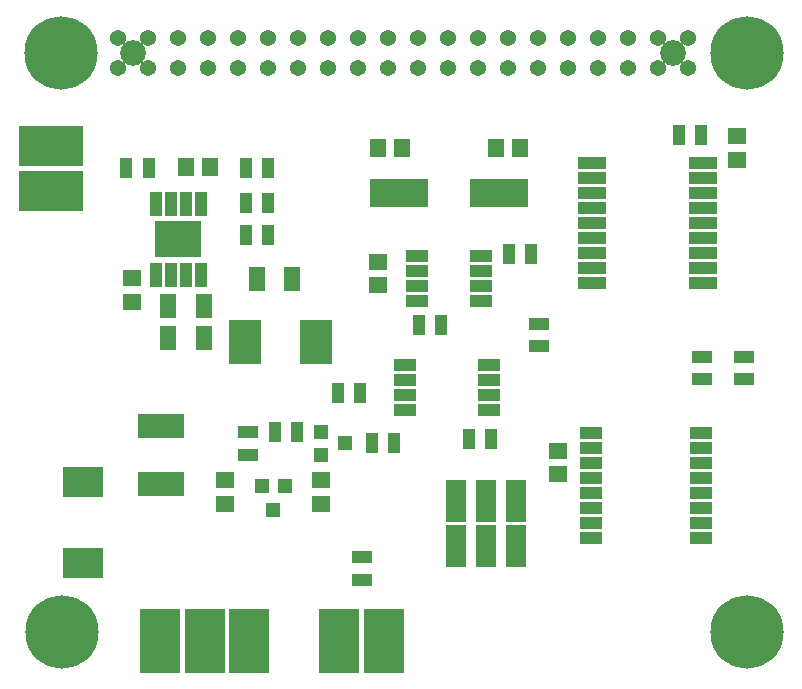
<source format=gbr>
G04 #@! TF.FileFunction,Soldermask,Top*
%FSLAX46Y46*%
G04 Gerber Fmt 4.6, Leading zero omitted, Abs format (unit mm)*
G04 Created by KiCad (PCBNEW 4.0.6) date 06/08/18 14:37:17*
%MOMM*%
%LPD*%
G01*
G04 APERTURE LIST*
%ADD10C,0.100000*%
%ADD11R,1.650000X1.400000*%
%ADD12R,1.400000X2.000000*%
%ADD13R,1.400000X1.650000*%
%ADD14R,3.490000X2.600000*%
%ADD15R,3.900000X2.000000*%
%ADD16R,1.950000X1.000000*%
%ADD17R,3.910000X3.020000*%
%ADD18R,1.010000X2.000000*%
%ADD19R,1.900000X1.000000*%
%ADD20R,2.750000X3.800000*%
%ADD21R,1.300000X1.200000*%
%ADD22R,1.700000X1.100000*%
%ADD23R,1.100000X1.700000*%
%ADD24R,1.200000X1.300000*%
%ADD25R,2.400000X1.000000*%
%ADD26R,4.900000X2.400000*%
%ADD27R,3.400000X5.400000*%
%ADD28R,5.400000X3.400000*%
%ADD29C,6.200000*%
%ADD30R,1.670000X3.580000*%
%ADD31C,1.365200*%
%ADD32C,2.178000*%
G04 APERTURE END LIST*
D10*
D11*
X141868000Y-114488000D03*
X141868000Y-112488000D03*
X149996000Y-114488000D03*
X149996000Y-112488000D03*
D12*
X137040000Y-97790000D03*
X140040000Y-97790000D03*
X137040000Y-100490000D03*
X140040000Y-100490000D03*
D13*
X138540000Y-85990000D03*
X140540000Y-85990000D03*
D11*
X133980000Y-97400000D03*
X133980000Y-95400000D03*
D12*
X147540000Y-95490000D03*
X144540000Y-95490000D03*
D13*
X164800000Y-84400000D03*
X166800000Y-84400000D03*
X156800000Y-84400000D03*
X154800000Y-84400000D03*
D11*
X185200000Y-85400000D03*
X185200000Y-83400000D03*
X154800000Y-96000000D03*
X154800000Y-94000000D03*
X169990000Y-110010000D03*
X169990000Y-112010000D03*
D14*
X129800000Y-119510000D03*
X129800000Y-112690000D03*
D15*
X136400000Y-107960000D03*
X136400000Y-112840000D03*
D16*
X164200000Y-106605000D03*
X164200000Y-105335000D03*
X164200000Y-104065000D03*
X164200000Y-102795000D03*
X157100000Y-102795000D03*
X157100000Y-104065000D03*
X157100000Y-105335000D03*
X157100000Y-106605000D03*
D17*
X137860000Y-92120000D03*
D18*
X135955000Y-89120000D03*
X137225000Y-89120000D03*
X138495000Y-89120000D03*
X139765000Y-89120000D03*
X139765000Y-95120000D03*
X138495000Y-95120000D03*
X137225000Y-95120000D03*
X135955000Y-95120000D03*
D19*
X172850000Y-108555000D03*
X172850000Y-109825000D03*
X172850000Y-111095000D03*
X172850000Y-112365000D03*
X172850000Y-113635000D03*
X172850000Y-114905000D03*
X172850000Y-116175000D03*
X172850000Y-117445000D03*
X182150000Y-117445000D03*
X182150000Y-116175000D03*
X182150000Y-114905000D03*
X182150000Y-113635000D03*
X182150000Y-112365000D03*
X182150000Y-111095000D03*
X182150000Y-109825000D03*
X182150000Y-108555000D03*
D20*
X149565000Y-100790000D03*
X143515000Y-100790000D03*
D21*
X150000000Y-108450000D03*
X150000000Y-110350000D03*
X152000000Y-109400000D03*
D22*
X143800000Y-108450000D03*
X143800000Y-110350000D03*
D23*
X147950000Y-108400000D03*
X146050000Y-108400000D03*
X156150000Y-109400000D03*
X154250000Y-109400000D03*
X135390000Y-86040000D03*
X133490000Y-86040000D03*
X143590000Y-86040000D03*
X145490000Y-86040000D03*
X153270000Y-105160000D03*
X151370000Y-105160000D03*
X143590000Y-89040000D03*
X145490000Y-89040000D03*
X145490000Y-91790000D03*
X143590000Y-91790000D03*
X162450000Y-109000000D03*
X164350000Y-109000000D03*
X182160000Y-83310000D03*
X180260000Y-83310000D03*
D22*
X168400000Y-99250000D03*
X168400000Y-101150000D03*
D23*
X158250000Y-99400000D03*
X160150000Y-99400000D03*
X165850000Y-93400000D03*
X167750000Y-93400000D03*
D22*
X153400000Y-120950000D03*
X153400000Y-119050000D03*
X182200000Y-102050000D03*
X182200000Y-103950000D03*
X185800000Y-102050000D03*
X185800000Y-103950000D03*
D24*
X146882000Y-112996000D03*
X144982000Y-112996000D03*
X145932000Y-114996000D03*
D25*
X172900000Y-85620000D03*
X172900000Y-86890000D03*
X172900000Y-88160000D03*
X172900000Y-89430000D03*
X172900000Y-90700000D03*
X172900000Y-91970000D03*
X172900000Y-93240000D03*
X172900000Y-94510000D03*
X172900000Y-95780000D03*
X182300000Y-95780000D03*
X182300000Y-94510000D03*
X182300000Y-93240000D03*
X182300000Y-91970000D03*
X182300000Y-90700000D03*
X182300000Y-89430000D03*
X182300000Y-88160000D03*
X182300000Y-86890000D03*
X182300000Y-85620000D03*
D16*
X158100000Y-93495000D03*
X158100000Y-94765000D03*
X158100000Y-96035000D03*
X158100000Y-97305000D03*
X163500000Y-97305000D03*
X163500000Y-96035000D03*
X163500000Y-94765000D03*
X163500000Y-93495000D03*
D26*
X156550000Y-88200000D03*
X165050000Y-88200000D03*
D27*
X136300000Y-126100000D03*
X143900000Y-126100000D03*
D28*
X127100000Y-88000000D03*
D27*
X140100000Y-126100000D03*
X155300000Y-126100000D03*
X151500000Y-126100000D03*
D28*
X127100000Y-84200000D03*
D29*
X127980000Y-76350000D03*
X185990000Y-76340000D03*
X185990000Y-125350000D03*
X128000000Y-125340000D03*
D30*
X166500000Y-118100000D03*
X166500000Y-114290000D03*
X163960000Y-118100000D03*
X163960000Y-114290000D03*
X161420000Y-118100000D03*
X161420000Y-114290000D03*
D31*
X160730000Y-77600000D03*
X158190000Y-77600000D03*
X163270000Y-77600000D03*
X165810000Y-77600000D03*
X175970000Y-77600000D03*
X173430000Y-77600000D03*
X168350000Y-77600000D03*
X170890000Y-77600000D03*
X178510000Y-77600000D03*
X181050000Y-77600000D03*
X155650000Y-77600000D03*
X153110000Y-77600000D03*
X145490000Y-77600000D03*
X142950000Y-77600000D03*
X148030000Y-77600000D03*
X150570000Y-77600000D03*
X140410000Y-77600000D03*
X137870000Y-77600000D03*
X132790000Y-77600000D03*
X135330000Y-77600000D03*
X135330000Y-75060000D03*
X132790000Y-75060000D03*
X137870000Y-75060000D03*
X140410000Y-75060000D03*
X150570000Y-75060000D03*
X148030000Y-75060000D03*
X142950000Y-75060000D03*
X145490000Y-75060000D03*
X153110000Y-75060000D03*
X155650000Y-75060000D03*
X181050000Y-75060000D03*
X178510000Y-75060000D03*
X170890000Y-75060000D03*
X168350000Y-75060000D03*
X173430000Y-75060000D03*
X175970000Y-75060000D03*
X165810000Y-75060000D03*
X163270000Y-75060000D03*
X158190000Y-75060000D03*
X160730000Y-75060000D03*
D32*
X134060000Y-76330000D03*
X179780000Y-76330000D03*
M02*

</source>
